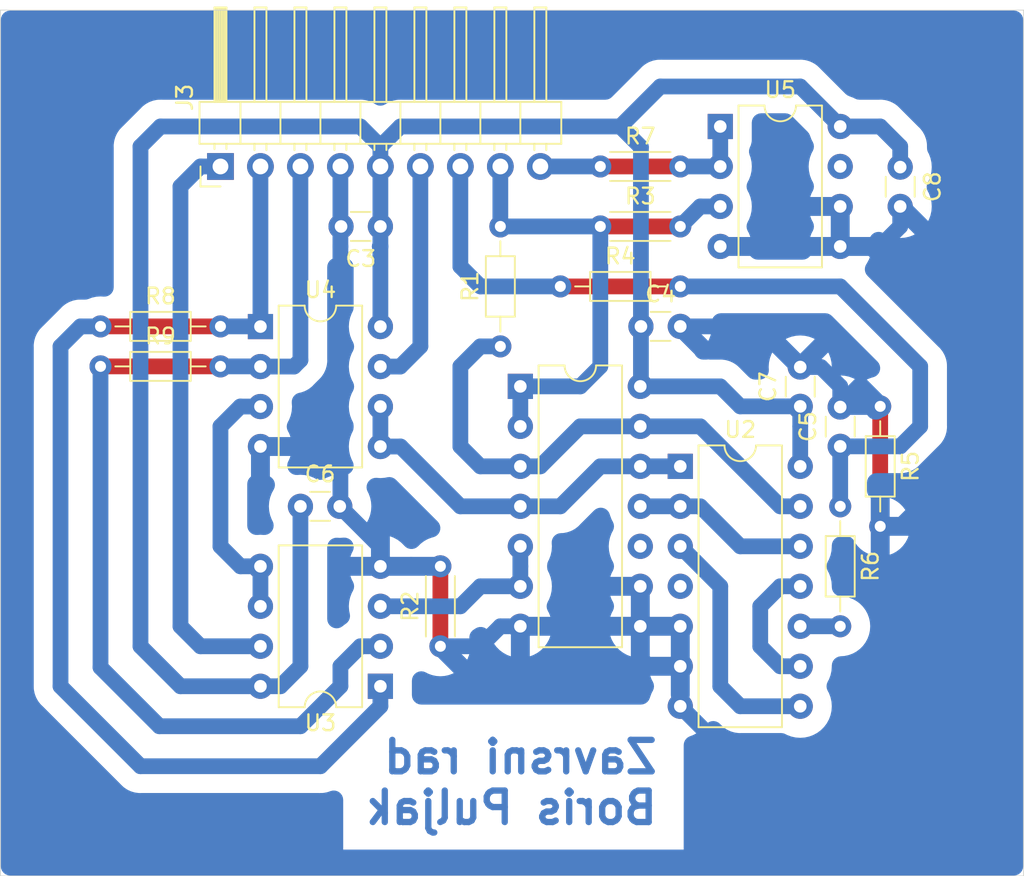
<source format=kicad_pcb>
(kicad_pcb (version 20221018) (generator pcbnew)
  (layers (0 "F.Cu" signal) (31 "B.Cu" signal) (34 "B.Paste" user) (35 "F.Paste" user) (36 "B.SilkS" user "B.Silkscreen") (37 "F.SilkS" user "F.Silkscreen") (38 "B.Mask" user) (39 "F.Mask" user) (44 "Edge.Cuts" user))
  (net 0 "")
  (net 1 "GND")
  (net 2 "+5V")
  (net 3 "Net-(R1-Pad1)")
  (net 4 "Net-(U1-Pad11)")
  (net 5 "Net-(U2-Pad11)")
  (net 6 "Net-(U2-Pad3)")
  (net 7 "Net-(J3-Pin_8)")
  (net 8 "Net-(J3-Pin_7)")
  (net 9 "Net-(U3-VL{slash}RL)")
  (net 10 "Net-(J3-Pin_2)")
  (net 11 "Net-(R6-Pad2)")
  (net 12 "Net-(J3-Pin_3)")
  (net 13 "Net-(U3-VH{slash}RH)")
  (net 14 "Net-(J3-Pin_1)")
  (net 15 "Net-(U4-VL{slash}RL)")
  (net 16 "Net-(J3-Pin_6)")
  (net 17 "Net-(J3-Pin_9)")
  (footprint "Resistor_THT:R_Axial_DIN0204_L3.6mm_D1.6mm_P7.62mm_Horizontal" (layer "F.Cu") (at 111.76 86.36 90)
    (fp_text reference "R1" (at 3.81 -1.92 90) (layer "F.SilkS"))
    (fp_text value "R")
    (fp_line (start 0.94 0) (end 1.89 0) (stroke (width 0.12)) (layer "F.SilkS"))
    (fp_line (start 1.89 -0.92) (end 1.89 0.92) (stroke (width 0.12)) (layer "F.SilkS"))
    (fp_line (start 1.89 0.92) (end 5.73 0.92) (stroke (width 0.12)) (layer "F.SilkS"))
    (fp_line (start 5.73 -0.92) (end 1.89 -0.92) (stroke (width 0.12)) (layer "F.SilkS"))
    (fp_line (start 5.73 0.92) (end 5.73 -0.92) (stroke (width 0.12)) (layer "F.SilkS"))
    (fp_line (start 6.68 0) (end 5.73 0) (stroke (width 0.12)) (layer "F.SilkS"))
    (pad "1" thru_hole circle (at 0 0 90) (size 1.4 1.4) (drill 0.7) (layers "*.Cu" "*.Mask") (net 3 "Net-(R1-Pad1)"))
    (pad "2" thru_hole oval (at 7.62 0 90) (size 1.4 1.4) (drill 0.7) (layers "*.Cu" "*.Mask") (net 7 "Net-(J3-Pin_8)"))
  )
  (footprint "Package_DIP:DIP-14_W7.62mm" (layer "F.Cu") (at 113.03 88.9)
    (fp_text reference "U1" hide)
    (fp_text value "HEF4093B")
    (fp_line (start 1.16 -1.33) (end 1.16 16.57) (stroke (width 0.12)) (layer "F.SilkS"))
    (fp_line (start 1.16 16.57) (end 6.46 16.57) (stroke (width 0.12)) (layer "F.SilkS"))
    (fp_line (start 2.81 -1.33) (end 1.16 -1.33) (stroke (width 0.12)) (layer "F.SilkS"))
    (fp_line (start 6.46 -1.33) (end 4.81 -1.33) (stroke (width 0.12)) (layer "F.SilkS"))
    (fp_line (start 6.46 16.57) (end 6.46 -1.33) (stroke (width 0.12)) (layer "F.SilkS"))
    (fp_arc (start 4.81 -1.33) (mid 3.81 -0.33) (end 2.81 -1.33) (stroke (width 0.12)) (layer "F.SilkS"))
    (pad "1" thru_hole rect (at 0 0) (size 1.6 1.6) (drill 0.8) (layers "*.Cu" "*.Mask") (net 7 "Net-(J3-Pin_8)"))
    (pad "2" thru_hole oval (at 0 2.54) (size 1.6 1.6) (drill 0.8) (layers "*.Cu" "*.Mask") (net 7 "Net-(J3-Pin_8)"))
    (pad "3" thru_hole oval (at 0 5.08) (size 1.6 1.6) (drill 0.8) (layers "*.Cu" "*.Mask") (net 3 "Net-(R1-Pad1)"))
    (pad "4" thru_hole oval (at 0 7.62) (size 1.6 1.6) (drill 0.8) (layers "*.Cu" "*.Mask") (net 15 "Net-(U4-VL{slash}RL)"))
    (pad "5" thru_hole oval (at 0 10.16) (size 1.6 1.6) (drill 0.8) (layers "*.Cu" "*.Mask") (net 13 "Net-(U3-VH{slash}RH)"))
    (pad "6" thru_hole oval (at 0 12.7) (size 1.6 1.6) (drill 0.8) (layers "*.Cu" "*.Mask") (net 13 "Net-(U3-VH{slash}RH)"))
    (pad "7" thru_hole oval (at 0 15.24) (size 1.6 1.6) (drill 0.8) (layers "*.Cu" "*.Mask") (net 1 "GND"))
    (pad "8" thru_hole oval (at 7.62 15.24) (size 1.6 1.6) (drill 0.8) (layers "*.Cu" "*.Mask") (net 1 "GND"))
    (pad "9" thru_hole oval (at 7.62 12.7) (size 1.6 1.6) (drill 0.8) (layers "*.Cu" "*.Mask") (net 1 "GND"))
    (pad "10" thru_hole oval (at 7.62 10.16) (size 1.6 1.6) (drill 0.8) (layers "*.Cu" "*.Mask"))
    (pad "11" thru_hole oval (at 7.62 7.62) (size 1.6 1.6) (drill 0.8) (layers "*.Cu" "*.Mask") (net 4 "Net-(U1-Pad11)"))
    (pad "12" thru_hole oval (at 7.62 5.08) (size 1.6 1.6) (drill 0.8) (layers "*.Cu" "*.Mask") (net 15 "Net-(U4-VL{slash}RL)"))
    (pad "13" thru_hole oval (at 7.62 2.54) (size 1.6 1.6) (drill 0.8) (layers "*.Cu" "*.Mask") (net 3 "Net-(R1-Pad1)"))
    (pad "14" thru_hole oval (at 7.62 0) (size 1.6 1.6) (drill 0.8) (layers "*.Cu" "*.Mask") (net 2 "+5V"))
  )
  (footprint "Package_DIP:DIP-14_W7.62mm" (layer "F.Cu") (at 123.19 93.98)
    (fp_text reference "U2" (at 3.81 -2.33) (layer "F.SilkS"))
    (fp_text value "HEF4093B")
    (fp_line (start 1.16 -1.33) (end 1.16 16.57) (stroke (width 0.12)) (layer "F.SilkS"))
    (fp_line (start 1.16 16.57) (end 6.46 16.57) (stroke (width 0.12)) (layer "F.SilkS"))
    (fp_line (start 2.81 -1.33) (end 1.16 -1.33) (stroke (width 0.12)) (layer "F.SilkS"))
    (fp_line (start 6.46 -1.33) (end 4.81 -1.33) (stroke (width 0.12)) (layer "F.SilkS"))
    (fp_line (start 6.46 16.57) (end 6.46 -1.33) (stroke (width 0.12)) (layer "F.SilkS"))
    (fp_arc (start 4.81 -1.33) (mid 3.81 -0.33) (end 2.81 -1.33) (stroke (width 0.12)) (layer "F.SilkS"))
    (pad "1" thru_hole rect (at 0 0) (size 1.6 1.6) (drill 0.8) (layers "*.Cu" "*.Mask") (net 15 "Net-(U4-VL{slash}RL)"))
    (pad "2" thru_hole oval (at 0 2.54) (size 1.6 1.6) (drill 0.8) (layers "*.Cu" "*.Mask") (net 4 "Net-(U1-Pad11)"))
    (pad "3" thru_hole oval (at 0 5.08) (size 1.6 1.6) (drill 0.8) (layers "*.Cu" "*.Mask") (net 6 "Net-(U2-Pad3)"))
    (pad "4" thru_hole oval (at 0 7.62) (size 1.6 1.6) (drill 0.8) (layers "*.Cu" "*.Mask"))
    (pad "5" thru_hole oval (at 0 10.16) (size 1.6 1.6) (drill 0.8) (layers "*.Cu" "*.Mask") (net 1 "GND"))
    (pad "6" thru_hole oval (at 0 12.7) (size 1.6 1.6) (drill 0.8) (layers "*.Cu" "*.Mask") (net 1 "GND"))
    (pad "7" thru_hole oval (at 0 15.24) (size 1.6 1.6) (drill 0.8) (layers "*.Cu" "*.Mask") (net 1 "GND"))
    (pad "8" thru_hole oval (at 7.62 15.24) (size 1.6 1.6) (drill 0.8) (layers "*.Cu" "*.Mask") (net 6 "Net-(U2-Pad3)"))
    (pad "9" thru_hole oval (at 7.62 12.7) (size 1.6 1.6) (drill 0.8) (layers "*.Cu" "*.Mask") (net 5 "Net-(U2-Pad11)"))
    (pad "10" thru_hole oval (at 7.62 10.16) (size 1.6 1.6) (drill 0.8) (layers "*.Cu" "*.Mask") (net 11 "Net-(R6-Pad2)"))
    (pad "11" thru_hole oval (at 7.62 7.62) (size 1.6 1.6) (drill 0.8) (layers "*.Cu" "*.Mask") (net 5 "Net-(U2-Pad11)"))
    (pad "12" thru_hole oval (at 7.62 5.08) (size 1.6 1.6) (drill 0.8) (layers "*.Cu" "*.Mask") (net 4 "Net-(U1-Pad11)"))
    (pad "13" thru_hole oval (at 7.62 2.54) (size 1.6 1.6) (drill 0.8) (layers "*.Cu" "*.Mask") (net 3 "Net-(R1-Pad1)"))
    (pad "14" thru_hole oval (at 7.62 0) (size 1.6 1.6) (drill 0.8) (layers "*.Cu" "*.Mask") (net 2 "+5V"))
  )
  (footprint "Package_DIP:DIP-8_W7.62mm" (layer "F.Cu") (at 104.14 107.95 180)
    (fp_text reference "U3" (at 3.81 -2.33) (layer "F.SilkS"))
    (fp_text value "X9C104PZ")
    (fp_line (start 1.16 -1.33) (end 1.16 8.95) (stroke (width 0.12)) (layer "F.SilkS"))
    (fp_line (start 1.16 8.95) (end 6.46 8.95) (stroke (width 0.12)) (layer "F.SilkS"))
    (fp_line (start 2.81 -1.33) (end 1.16 -1.33) (stroke (width 0.12)) (layer "F.SilkS"))
    (fp_line (start 6.46 -1.33) (end 4.81 -1.33) (stroke (width 0.12)) (layer "F.SilkS"))
    (fp_line (start 6.46 8.95) (end 6.46 -1.33) (stroke (width 0.12)) (layer "F.SilkS"))
    (fp_arc (start 4.81 -1.33) (mid 3.81 -0.33) (end 2.81 -1.33) (stroke (width 0.12)) (layer "F.SilkS"))
    (pad "1" thru_hole rect (at 0 0 180) (size 1.6 1.6) (drill 0.8) (layers "*.Cu" "*.Mask") (net 10 "Net-(J3-Pin_2)"))
    (pad "2" thru_hole oval (at 0 2.54 180) (size 1.6 1.6) (drill 0.8) (layers "*.Cu" "*.Mask") (net 12 "Net-(J3-Pin_3)"))
    (pad "3" thru_hole oval (at 0 5.08 180) (size 1.6 1.6) (drill 0.8) (layers "*.Cu" "*.Mask") (net 13 "Net-(U3-VH{slash}RH)"))
    (pad "4" thru_hole oval (at 0 7.62 180) (size 1.6 1.6) (drill 0.8) (layers "*.Cu" "*.Mask") (net 1 "GND"))
    (pad "5" thru_hole oval (at 7.62 7.62 180) (size 1.6 1.6) (drill 0.8) (layers "*.Cu" "*.Mask") (net 9 "Net-(U3-VL{slash}RL)"))
    (pad "6" thru_hole oval (at 7.62 5.08 180) (size 1.6 1.6) (drill 0.8) (layers "*.Cu" "*.Mask") (net 9 "Net-(U3-VL{slash}RL)"))
    (pad "7" thru_hole oval (at 7.62 2.54 180) (size 1.6 1.6) (drill 0.8) (layers "*.Cu" "*.Mask") (net 14 "Net-(J3-Pin_1)"))
    (pad "8" thru_hole oval (at 7.62 0 180) (size 1.6 1.6) (drill 0.8) (layers "*.Cu" "*.Mask") (net 2 "+5V"))
  )
  (footprint "Resistor_THT:R_Axial_DIN0204_L3.6mm_D1.6mm_P7.62mm_Horizontal" (layer "F.Cu") (at 135.89 90.17 -90)
    (fp_text reference "R5" (at 3.81 -1.92 90) (layer "F.SilkS"))
    (fp_text value "R")
    (fp_line (start 0.94 0) (end 1.89 0) (stroke (width 0.12)) (layer "F.SilkS"))
    (fp_line (start 1.89 -0.92) (end 1.89 0.92) (stroke (width 0.12)) (layer "F.SilkS"))
    (fp_line (start 1.89 0.92) (end 5.73 0.92) (stroke (width 0.12)) (layer "F.SilkS"))
    (fp_line (start 5.73 -0.92) (end 1.89 -0.92) (stroke (width 0.12)) (layer "F.SilkS"))
    (fp_line (start 5.73 0.92) (end 5.73 -0.92) (stroke (width 0.12)) (layer "F.SilkS"))
    (fp_line (start 6.68 0) (end 5.73 0) (stroke (width 0.12)) (layer "F.SilkS"))
    (pad "1" thru_hole circle (at 0 0 270) (size 1.4 1.4) (drill 0.7) (layers "*.Cu" "*.Mask") (net 1 "GND"))
    (pad "2" thru_hole oval (at 7.62 0 270) (size 1.4 1.4) (drill 0.7) (layers "*.Cu" "*.Mask") (net 1 "GND"))
  )
  (footprint "Resistor_THT:R_Axial_DIN0204_L3.6mm_D1.6mm_P7.62mm_Horizontal" (layer "F.Cu") (at 133.35 96.52 -90)
    (fp_text reference "R6" (at 3.81 -1.92 90) (layer "F.SilkS"))
    (fp_text value "R")
    (fp_line (start 0.94 0) (end 1.89 0) (stroke (width 0.12)) (layer "F.SilkS"))
    (fp_line (start 1.89 -0.92) (end 1.89 0.92) (stroke (width 0.12)) (layer "F.SilkS"))
    (fp_line (start 1.89 0.92) (end 5.73 0.92) (stroke (width 0.12)) (layer "F.SilkS"))
    (fp_line (start 5.73 -0.92) (end 1.89 -0.92) (stroke (width 0.12)) (layer "F.SilkS"))
    (fp_line (start 5.73 0.92) (end 5.73 -0.92) (stroke (width 0.12)) (layer "F.SilkS"))
    (fp_line (start 6.68 0) (end 5.73 0) (stroke (width 0.12)) (layer "F.SilkS"))
    (pad "1" thru_hole circle (at 0 0 270) (size 1.4 1.4) (drill 0.7) (layers "*.Cu" "*.Mask") (net 8 "Net-(J3-Pin_7)"))
    (pad "2" thru_hole oval (at 7.62 0 270) (size 1.4 1.4) (drill 0.7) (layers "*.Cu" "*.Mask") (net 11 "Net-(R6-Pad2)"))
  )
  (footprint "Package_DIP:DIP-8_W7.62mm" (layer "F.Cu") (at 96.52 85.1)
    (fp_text reference "U4" (at 3.81 -2.33) (layer "F.SilkS"))
    (fp_text value "X9C103PZ")
    (fp_line (start 1.16 -1.33) (end 1.16 8.95) (stroke (width 0.12)) (layer "F.SilkS"))
    (fp_line (start 1.16 8.95) (end 6.46 8.95) (stroke (width 0.12)) (layer "F.SilkS"))
    (fp_line (start 2.81 -1.33) (end 1.16 -1.33) (stroke (width 0.12)) (layer "F.SilkS"))
    (fp_line (start 6.46 -1.33) (end 4.81 -1.33) (stroke (width 0.12)) (layer "F.SilkS"))
    (fp_line (start 6.46 8.95) (end 6.46 -1.33) (stroke (width 0.12)) (layer "F.SilkS"))
    (fp_arc (start 4.81 -1.33) (mid 3.81 -0.33) (end 2.81 -1.33) (stroke (width 0.12)) (layer "F.SilkS"))
    (pad "1" thru_hole rect (at 0 0) (size 1.6 1.6) (drill 0.8) (layers "*.Cu" "*.Mask") (net 10 "Net-(J3-Pin_2)"))
    (pad "2" thru_hole oval (at 0 2.54) (size 1.6 1.6) (drill 0.8) (layers "*.Cu" "*.Mask") (net 12 "Net-(J3-Pin_3)"))
    (pad "3" thru_hole oval (at 0 5.08) (size 1.6 1.6) (drill 0.8) (layers "*.Cu" "*.Mask") (net 9 "Net-(U3-VL{slash}RL)"))
    (pad "4" thru_hole oval (at 0 7.62) (size 1.6 1.6) (drill 0.8) (layers "*.Cu" "*.Mask") (net 1 "GND"))
    (pad "5" thru_hole oval (at 7.62 7.62) (size 1.6 1.6) (drill 0.8) (layers "*.Cu" "*.Mask") (net 15 "Net-(U4-VL{slash}RL)"))
    (pad "6" thru_hole oval (at 7.62 5.08) (size 1.6 1.6) (drill 0.8) (layers "*.Cu" "*.Mask") (net 15 "Net-(U4-VL{slash}RL)"))
    (pad "7" thru_hole oval (at 7.62 2.54) (size 1.6 1.6) (drill 0.8) (layers "*.Cu" "*.Mask") (net 16 "Net-(J3-Pin_6)"))
    (pad "8" thru_hole oval (at 7.62 0) (size 1.6 1.6) (drill 0.8) (layers "*.Cu" "*.Mask") (net 2 "+5V"))
  )
  (footprint "Capacitor_THT:C_Disc_D3.0mm_W1.6mm_P2.50mm" (layer "F.Cu") (at 133.35 92.71 90)
    (fp_text reference "C5" (at 1.25 -2.05 90) (layer "F.SilkS"))
    (fp_text value "C")
    (fp_line (start 0.621 -0.92) (end 1.879 -0.92) (stroke (width 0.12)) (layer "F.SilkS"))
    (fp_line (start 0.621 0.92) (end 1.879 0.92) (stroke (width 0.12)) (layer "F.SilkS"))
    (pad "1" thru_hole circle (at 0 0 90) (size 1.6 1.6) (drill 0.8) (layers "*.Cu" "*.Mask") (net 8 "Net-(J3-Pin_7)"))
    (pad "2" thru_hole circle (at 2.5 0 90) (size 1.6 1.6) (drill 0.8) (layers "*.Cu" "*.Mask") (net 1 "GND"))
  )
  (footprint "Capacitor_THT:C_Disc_D3.0mm_W1.6mm_P2.50mm" (layer "F.Cu") (at 130.81 90.17 90)
    (fp_text reference "C7" (at 1.25 -2.05 90) (layer "F.SilkS"))
    (fp_text value "C")
    (fp_line (start 0.621 -0.92) (end 1.879 -0.92) (stroke (width 0.12)) (layer "F.SilkS"))
    (fp_line (start 0.621 0.92) (end 1.879 0.92) (stroke (width 0.12)) (layer "F.SilkS"))
    (pad "1" thru_hole circle (at 0 0 90) (size 1.6 1.6) (drill 0.8) (layers "*.Cu" "*.Mask") (net 2 "+5V"))
    (pad "2" thru_hole circle (at 2.5 0 90) (size 1.6 1.6) (drill 0.8) (layers "*.Cu" "*.Mask") (net 1 "GND"))
  )
  (footprint "Resistor_THT:R_Axial_DIN0204_L3.6mm_D1.6mm_P7.62mm_Horizontal" (layer "F.Cu") (at 86.36 85.09)
    (fp_text reference "R8" (at 3.81 -1.92) (layer "F.SilkS"))
    (fp_text value "R")
    (fp_line (start 0.94 0) (end 1.89 0) (stroke (width 0.12)) (layer "F.SilkS"))
    (fp_line (start 1.89 -0.92) (end 1.89 0.92) (stroke (width 0.12)) (layer "F.SilkS"))
    (fp_line (start 1.89 0.92) (end 5.73 0.92) (stroke (width 0.12)) (layer "F.SilkS"))
    (fp_line (start 5.73 -0.92) (end 1.89 -0.92) (stroke (width 0.12)) (layer "F.SilkS"))
    (fp_line (start 5.73 0.92) (end 5.73 -0.92) (stroke (width 0.12)) (layer "F.SilkS"))
    (fp_line (start 6.68 0) (end 5.73 0) (stroke (width 0.12)) (layer "F.SilkS"))
    (pad "1" thru_hole circle (at 0 0) (size 1.4 1.4) (drill 0.7) (layers "*.Cu" "*.Mask") (net 10 "Net-(J3-Pin_2)"))
    (pad "2" thru_hole oval (at 7.62 0) (size 1.4 1.4) (drill 0.7) (layers "*.Cu" "*.Mask") (net 10 "Net-(J3-Pin_2)"))
  )
  (footprint "Capacitor_THT:C_Disc_D3.0mm_W1.6mm_P2.50mm" (layer "F.Cu") (at 120.69 85.09)
    (fp_text reference "C4" (at 1.25 -2.05) (layer "F.SilkS"))
    (fp_text value "C")
    (fp_line (start 0.621 -0.92) (end 1.879 -0.92) (stroke (width 0.12)) (layer "F.SilkS"))
    (fp_line (start 0.621 0.92) (end 1.879 0.92) (stroke (width 0.12)) (layer "F.SilkS"))
    (pad "1" thru_hole circle (at 0 0) (size 1.6 1.6) (drill 0.8) (layers "*.Cu" "*.Mask") (net 2 "+5V"))
    (pad "2" thru_hole circle (at 2.5 0) (size 1.6 1.6) (drill 0.8) (layers "*.Cu" "*.Mask") (net 1 "GND"))
  )
  (footprint "Resistor_THT:R_Axial_DIN0204_L3.6mm_D1.6mm_P5.08mm_Horizontal" (layer "F.Cu") (at 107.95 105.41 90)
    (fp_text reference "R2" (at 2.54 -1.92 90) (layer "F.SilkS"))
    (fp_text value "R")
    (fp_line (start 0.62 -0.92) (end 4.46 -0.92) (stroke (width 0.12)) (layer "F.SilkS"))
    (fp_line (start 0.62 0.92) (end 4.46 0.92) (stroke (width 0.12)) (layer "F.SilkS"))
    (pad "1" thru_hole circle (at 0 0 90) (size 1.4 1.4) (drill 0.7) (layers "*.Cu" "*.Mask") (net 1 "GND"))
    (pad "2" thru_hole oval (at 5.08 0 90) (size 1.4 1.4) (drill 0.7) (layers "*.Cu" "*.Mask") (net 1 "GND"))
  )
  (footprint "Capacitor_THT:C_Disc_D3.0mm_W1.6mm_P2.50mm" (layer "F.Cu") (at 104.14 78.74 180)
    (fp_text reference "C3" (at 1.25 -2.05) (layer "F.SilkS"))
    (fp_text value "C")
    (fp_line (start 0.621 -0.92) (end 1.879 -0.92) (stroke (width 0.12)) (layer "F.SilkS"))
    (fp_line (start 0.621 0.92) (end 1.879 0.92) (stroke (width 0.12)) (layer "F.SilkS"))
    (pad "1" thru_hole circle (at 0 0 180) (size 1.6 1.6) (drill 0.8) (layers "*.Cu" "*.Mask") (net 2 "+5V"))
    (pad "2" thru_hole circle (at 2.5 0 180) (size 1.6 1.6) (drill 0.8) (layers "*.Cu" "*.Mask") (net 1 "GND"))
  )
  (footprint "Capacitor_THT:C_Disc_D3.0mm_W1.6mm_P2.50mm" (layer "F.Cu") (at 99.06 96.52)
    (fp_text reference "C6" (at 1.25 -2.05) (layer "F.SilkS"))
    (fp_text value "C")
    (fp_line (start 0.621 -0.92) (end 1.879 -0.92) (stroke (width 0.12)) (layer "F.SilkS"))
    (fp_line (start 0.621 0.92) (end 1.879 0.92) (stroke (width 0.12)) (layer "F.SilkS"))
    (pad "1" thru_hole circle (at 0 0) (size 1.6 1.6) (drill 0.8) (layers "*.Cu" "*.Mask") (net 2 "+5V"))
    (pad "2" thru_hole circle (at 2.5 0) (size 1.6 1.6) (drill 0.8) (layers "*.Cu" "*.Mask") (net 1 "GND"))
  )
  (footprint "Resistor_THT:R_Axial_DIN0204_L3.6mm_D1.6mm_P7.62mm_Horizontal" (layer "F.Cu") (at 86.36 87.63)
    (fp_text reference "R9" (at 3.81 -1.92) (layer "F.SilkS"))
    (fp_text value "R")
    (fp_line (start 0.94 0) (end 1.89 0) (stroke (width 0.12)) (layer "F.SilkS"))
    (fp_line (start 1.89 -0.92) (end 1.89 0.92) (stroke (width 0.12)) (layer "F.SilkS"))
    (fp_line (start 1.89 0.92) (end 5.73 0.92) (stroke (width 0.12)) (layer "F.SilkS"))
    (fp_line (start 5.73 -0.92) (end 1.89 -0.92) (stroke (width 0.12)) (layer "F.SilkS"))
    (fp_line (start 5.73 0.92) (end 5.73 -0.92) (stroke (width 0.12)) (layer "F.SilkS"))
    (fp_line (start 6.68 0) (end 5.73 0) (stroke (width 0.12)) (layer "F.SilkS"))
    (pad "1" thru_hole circle (at 0 0) (size 1.4 1.4) (drill 0.7) (layers "*.Cu" "*.Mask") (net 12 "Net-(J3-Pin_3)"))
    (pad "2" thru_hole oval (at 7.62 0) (size 1.4 1.4) (drill 0.7) (layers "*.Cu" "*.Mask") (net 12 "Net-(J3-Pin_3)"))
  )
  (footprint "Resistor_THT:R_Axial_DIN0204_L3.6mm_D1.6mm_P5.08mm_Horizontal" (layer "F.Cu") (at 118.11 74.93)
    (fp_text reference "R7" (at 2.54 -1.92) (layer "F.SilkS"))
    (fp_text value "R")
    (fp_line (start 0.62 -0.92) (end 4.46 -0.92) (stroke (width 0.12)) (layer "F.SilkS"))
    (fp_line (start 0.62 0.92) (end 4.46 0.92) (stroke (width 0.12)) (layer "F.SilkS"))
    (pad "1" thru_hole circle (at 0 0) (size 1.4 1.4) (drill 0.7) (layers "*.Cu" "*.Mask") (net 17 "Net-(J3-Pin_9)"))
    (pad "2" thru_hole oval (at 5.08 0) (size 1.4 1.4) (drill 0.7) (layers "*.Cu" "*.Mask") (net 17 "Net-(J3-Pin_9)"))
  )
  (footprint "Connector_PinHeader_2.54mm:PinHeader_1x09_P2.54mm_Horizontal" (layer "F.Cu") (at 93.98 74.93 90)
    (fp_text reference "J3" (at 4.385 -2.27 90) (layer "F.SilkS"))
    (fp_text value "Conn_01x09")
    (fp_line (start -1.27 -1.27) (end 0 -1.27) (stroke (width 0.12)) (layer "F.SilkS"))
    (fp_line (start -1.27 0) (end -1.27 -1.27) (stroke (width 0.12)) (layer "F.SilkS"))
    (fp_line (start 1.042929 2.16) (end 1.44 2.16) (stroke (width 0.12)) (layer "F.SilkS"))
    (fp_line (start 1.042929 2.92) (end 1.44 2.92) (stroke (width 0.12)) (layer "F.SilkS"))
    (fp_line (start 1.042929 4.7) (end 1.44 4.7) (stroke (width 0.12)) (layer "F.SilkS"))
    (fp_line (start 1.042929 5.46) (end 1.44 5.46) (stroke (width 0.12)) (layer "F.SilkS"))
    (fp_line (start 1.042929 7.24) (end 1.44 7.24) (stroke (width 0.12)) (layer "F.SilkS"))
    (fp_line (start 1.042929 8) (end 1.44 8) (stroke (width 0.12)) (layer "F.SilkS"))
    (fp_line (start 1.042929 9.78) (end 1.44 9.78) (stroke (width 0.12)) (layer "F.SilkS"))
    (fp_line (start 1.042929 10.54) (end 1.44 10.54) (stroke (width 0.12)) (layer "F.SilkS"))
    (fp_line (start 1.042929 12.32) (end 1.44 12.32) (stroke (width 0.12)) (layer "F.SilkS"))
    (fp_line (start 1.042929 13.08) (end 1.44 13.08) (stroke (width 0.12)) (layer "F.SilkS"))
    (fp_line (start 1.042929 14.86) (end 1.44 14.86) (stroke (width 0.12)) (layer "F.SilkS"))
    (fp_line (start 1.042929 15.62) (end 1.44 15.62) (stroke (width 0.12)) (layer "F.SilkS"))
    (fp_line (start 1.042929 17.4) (end 1.44 17.4) (stroke (width 0.12)) (layer "F.SilkS"))
    (fp_line (start 1.042929 18.16) (end 1.44 18.16) (stroke (width 0.12)) (layer "F.SilkS"))
    (fp_line (start 1.042929 19.94) (end 1.44 19.94) (stroke (width 0.12)) (layer "F.SilkS"))
    (fp_line (start 1.042929 20.7) (end 1.44 20.7) (stroke (width 0.12)) (layer "F.SilkS"))
    (fp_line (start 1.11 -0.38) (end 1.44 -0.38) (stroke (width 0.12)) (layer "F.SilkS"))
    (fp_line (start 1.11 0.38) (end 1.44 0.38) (stroke (width 0.12)) (layer "F.SilkS"))
    (fp_line (start 1.44 -1.33) (end 1.44 21.65) (stroke (width 0.12)) (layer "F.SilkS"))
    (fp_line (start 1.44 1.27) (end 4.1 1.27) (stroke (width 0.12)) (layer "F.SilkS"))
    (fp_line (start 1.44 3.81) (end 4.1 3.81) (stroke (width 0.12)) (layer "F.SilkS"))
    (fp_line (start 1.44 6.35) (end 4.1 6.35) (stroke (width 0.12)) (layer "F.SilkS"))
    (fp_line (start 1.44 8.89) (end 4.1 8.89) (stroke (width 0.12)) (layer "F.SilkS"))
    (fp_line (start 1.44 11.43) (end 4.1 11.43) (stroke (width 0.12)) (layer "F.SilkS"))
    (fp_line (start 1.44 13.97) (end 4.1 13.97) (stroke (width 0.12)) (layer "F.SilkS"))
    (fp_line (start 1.44 16.51) (end 4.1 16.51) (stroke (width 0.12)) (layer "F.SilkS"))
    (fp_line (start 1.44 19.05) (end 4.1 19.05) (stroke (width 0.12)) (layer "F.SilkS"))
    (fp_line (start 1.44 21.65) (end 4.1 21.65) (stroke (width 0.12)) (layer "F.SilkS"))
    (fp_line (start 4.1 -1.33) (end 1.44 -1.33) (stroke (width 0.12)) (layer "F.SilkS"))
    (fp_line (start 4.1 -0.38) (end 10.1 -0.38) (stroke (width 0.12)) (layer "F.SilkS"))
    (fp_line (start 4.1 -0.32) (end 10.1 -0.32) (stroke (width 0.12)) (layer "F.SilkS"))
    (fp_line (start 4.1 -0.2) (end 10.1 -0.2) (stroke (width 0.12)) (layer "F.SilkS"))
    (fp_line (start 4.1 -0.08) (end 10.1 -0.08) (stroke (width 0.12)) (layer "F.SilkS"))
    (fp_line (start 4.1 0.04) (end 10.1 0.04) (stroke (width 0.12)) (layer "F.SilkS"))
    (fp_line (start 4.1 0.16) (end 10.1 0.16) (stroke (width 0.12)) (layer "F.SilkS"))
    (fp_line (start 4.1 0.28) (end 10.1 0.28) (stroke (width 0.12)) (layer "F.SilkS"))
    (fp_line (start 4.1 2.16) (end 10.1 2.16) (stroke (width 0.12)) (layer "F.SilkS"))
    (fp_line (start 4.1 4.7) (end 10.1 4.7) (stroke (width 0.12)) (layer "F.SilkS"))
    (fp_line (start 4.1 7.24) (end 10.1 7.24) (stroke (width 0.12)) (layer "F.SilkS"))
    (fp_line (start 4.1 9.78) (end 10.1 9.78) (stroke (width 0.12)) (layer "F.SilkS"))
    (fp_line (start 4.1 12.32) (end 10.1 12.32) (stroke (width 0.12)) (layer "F.SilkS"))
    (fp_line (start 4.1 14.86) (end 10.1 14.86) (stroke (width 0.12)) (layer "F.SilkS"))
    (fp_line (start 4.1 17.4) (end 10.1 17.4) (stroke (width 0.12)) (layer "F.SilkS"))
    (fp_line (start 4.1 19.94) (end 10.1 19.94) (stroke (width 0.12)) (layer "F.SilkS"))
    (fp_line (start 4.1 21.65) (end 4.1 -1.33) (stroke (width 0.12)) (layer "F.SilkS"))
    (fp_line (start 10.1 -0.38) (end 10.1 0.38) (stroke (width 0.12)) (layer "F.SilkS"))
    (fp_line (start 10.1 0.38) (end 4.1 0.38) (stroke (width 0.12)) (layer "F.SilkS"))
    (fp_line (start 10.1 2.16) (end 10.1 2.92) (stroke (width 0.12)) (layer "F.SilkS"))
    (fp_line (start 10.1 2.92) (end 4.1 2.92) (stroke (width 0.12)) (layer "F.SilkS"))
    (fp_line (start 10.1 4.7) (end 10.1 5.46) (stroke (width 0.12)) (layer "F.SilkS"))
    (fp_line (start 10.1 5.46) (end 4.1 5.46) (stroke (width 0.12)) (layer "F.SilkS"))
    (fp_line (start 10.1 7.24) (end 10.1 8) (stroke (width 0.12)) (layer "F.SilkS"))
    (fp_line (start 10.1 8) (end 4.1 8) (stroke (width 0.12)) (layer "F.SilkS"))
    (fp_line (start 10.1 9.78) (end 10.1 10.54) (stroke (width 0.12)) (layer "F.SilkS"))
    (fp_line (start 10.1 10.54) (end 4.1 10.54) (stroke (width 0.12)) (layer "F.SilkS"))
    (fp_line (start 10.1 12.32) (end 10.1 13.08) (stroke (width 0.12)) (layer "F.SilkS"))
    (fp_line (start 10.1 13.08) (end 4.1 13.08) (stroke (width 0.12)) (layer "F.SilkS"))
    (fp_line (start 10.1 14.86) (end 10.1 15.62) (stroke (width 0.12)) (layer "F.SilkS"))
    (fp_line (start 10.1 15.62) (end 4.1 15.62) (stroke (width 0.12)) (layer "F.SilkS"))
    (fp_line (start 10.1 17.4) (end 10.1 18.16) (stroke (width 0.12)) (layer "F.SilkS"))
    (fp_line (start 10.1 18.16) (end 4.1 18.16) (stroke (width 0.12)) (layer "F.SilkS"))
    (fp_line (start 10.1 19.94) (end 10.1 20.7) (stroke (width 0.12)) (layer "F.SilkS"))
    (fp_line (start 10.1 20.7) (end 4.1 20.7) (stroke (width 0.12)) (layer "F.SilkS"))
    (pad "1" thru_hole rect (at 0 0 90) (size 1.7 1.7) (drill 1) (layers "*.Cu" "*.Mask") (net 14 "Net-(J3-Pin_1)"))
    (pad "2" thru_hole oval (at 0 2.54 90) (size 1.7 1.7) (drill 1) (layers "*.Cu" "*.Mask") (net 10 "Net-(J3-Pin_2)"))
    (pad "3" thru_hole oval (at 0 5.08 90) (size 1.7 1.7) (drill 1) (layers "*.Cu" "*.Mask") (net 12 "Net-(J3-Pin_3)"))
    (pad "4" thru_hole oval (at 0 7.62 90) (size 1.7 1.7) (drill 1) (layers "*.Cu" "*.Mask") (net 1 "GND"))
    (pad "5" thru_hole oval (at 0 10.16 90) (size 1.7 1.7) (drill 1) (layers "*.Cu" "*.Mask") (net 2 "+5V"))
    (pad "6" thru_hole oval (at 0 12.7 90) (size 1.7 1.7) (drill 1) (layers "*.Cu" "*.Mask") (net 16 "Net-(J3-Pin_6)"))
    (pad "7" thru_hole oval (at 0 15.24 90) (size 1.7 1.7) (drill 1) (layers "*.Cu" "*.Mask") (net 8 "Net-(J3-Pin_7)"))
    (pad "8" thru_hole oval (at 0 17.78 90) (size 1.7 1.7) (drill 1) (layers "*.Cu" "*.Mask") (net 7 "Net-(J3-Pin_8)"))
    (pad "9" thru_hole oval (at 0 20.32 90) (size 1.7 1.7) (drill 1) (layers "*.Cu" "*.Mask") (net 17 "Net-(J3-Pin_9)"))
  )
  (footprint "Resistor_THT:R_Axial_DIN0204_L3.6mm_D1.6mm_P5.08mm_Horizontal" (layer "F.Cu") (at 118.11 78.74)
    (fp_text reference "R3" (at 2.54 -1.92) (layer "F.SilkS"))
    (fp_text value "R")
    (fp_line (start 0.62 -0.92) (end 4.46 -0.92) (stroke (width 0.12)) (layer "F.SilkS"))
    (fp_line (start 0.62 0.92) (end 4.46 0.92) (stroke (width 0.12)) (layer "F.SilkS"))
    (pad "1" thru_hole circle (at 0 0) (size 1.4 1.4) (drill 0.7) (layers "*.Cu" "*.Mask") (net 7 "Net-(J3-Pin_8)"))
    (pad "2" thru_hole oval (at 5.08 0) (size 1.4 1.4) (drill 0.7) (layers "*.Cu" "*.Mask") (net 7 "Net-(J3-Pin_8)"))
  )
  (footprint "Capacitor_THT:C_Disc_D3.0mm_W1.6mm_P2.50mm" (layer "F.Cu") (at 137.16 74.97 -90)
    (fp_text reference "C8" (at 1.25 -2.05 90) (layer "F.SilkS"))
    (fp_text value "C")
    (fp_line (start 0.621 -0.92) (end 1.879 -0.92) (stroke (width 0.12)) (layer "F.SilkS"))
    (fp_line (start 0.621 0.92) (end 1.879 0.92) (stroke (width 0.12)) (layer "F.SilkS"))
    (pad "1" thru_hole circle (at 0 0 270) (size 1.6 1.6) (drill 0.8) (layers "*.Cu" "*.Mask") (net 2 "+5V"))
    (pad "2" thru_hole circle (at 2.5 0 270) (size 1.6 1.6) (drill 0.8) (layers "*.Cu" "*.Mask") (net 1 "GND"))
  )
  (footprint "Resistor_THT:R_Axial_DIN0204_L3.6mm_D1.6mm_P7.62mm_Horizontal" (layer "F.Cu") (at 115.57 82.55)
    (fp_text reference "R4" (at 3.81 -1.92) (layer "F.SilkS"))
    (fp_text value "R")
    (fp_line (start 0.94 0) (end 1.89 0) (stroke (width 0.12)) (layer "F.SilkS"))
    (fp_line (start 1.89 -0.92) (end 1.89 0.92) (stroke (width 0.12)) (layer "F.SilkS"))
    (fp_line (start 1.89 0.92) (end 5.73 0.92) (stroke (width 0.12)) (layer "F.SilkS"))
    (fp_line (start 5.73 -0.92) (end 1.89 -0.92) (stroke (width 0.12)) (layer "F.SilkS"))
    (fp_line (start 5.73 0.92) (end 5.73 -0.92) (stroke (width 0.12)) (layer "F.SilkS"))
    (fp_line (start 6.68 0) (end 5.73 0) (stroke (width 0.12)) (layer "F.SilkS"))
    (pad "1" thru_hole circle (at 0 0) (size 1.4 1.4) (drill 0.7) (layers "*.Cu" "*.Mask") (net 8 "Net-(J3-Pin_7)"))
    (pad "2" thru_hole oval (at 7.62 0) (size 1.4 1.4) (drill 0.7) (layers "*.Cu" "*.Mask") (net 8 "Net-(J3-Pin_7)"))
  )
  (footprint "Package_DIP:DIP-8_W7.62mm" (layer "F.Cu") (at 125.73 72.39)
    (fp_text reference "U5" (at 3.81 -2.33) (layer "F.SilkS"))
    (fp_text value "TLV2372")
    (fp_line (start 1.16 -1.33) (end 1.16 8.95) (stroke (width 0.12)) (layer "F.SilkS"))
    (fp_line (start 1.16 8.95) (end 6.46 8.95) (stroke (width 0.12)) (layer "F.SilkS"))
    (fp_line (start 2.81 -1.33) (end 1.16 -1.33) (stroke (width 0.12)) (layer "F.SilkS"))
    (fp_line (start 6.46 -1.33) (end 4.81 -1.33) (stroke (width 0.12)) (layer "F.SilkS"))
    (fp_line (start 6.46 8.95) (end 6.46 -1.33) (stroke (width 0.12)) (layer "F.SilkS"))
    (fp_arc (start 4.81 -1.33) (mid 3.81 -0.33) (end 2.81 -1.33) (stroke (width 0.12)) (layer "F.SilkS"))
    (pad "1" thru_hole rect (at 0 0) (size 1.6 1.6) (drill 0.8) (layers "*.Cu" "*.Mask") (net 17 "Net-(J3-Pin_9)"))
    (pad "2" thru_hole oval (at 0 2.54) (size 1.6 1.6) (drill 0.8) (layers "*.Cu" "*.Mask") (net 17 "Net-(J3-Pin_9)"))
    (pad "3" thru_hole oval (at 0 5.08) (size 1.6 1.6) (drill 0.8) (layers "*.Cu" "*.Mask") (net 7 "Net-(J3-Pin_8)"))
    (pad "4" thru_hole oval (at 0 7.62) (size 1.6 1.6) (drill 0.8) (layers "*.Cu" "*.Mask") (net 1 "GND"))
    (pad "5" thru_hole oval (at 7.62 7.62) (size 1.6 1.6) (drill 0.8) (layers "*.Cu" "*.Mask") (net 1 "GND"))
    (pad "6" thru_hole oval (at 7.62 5.08) (size 1.6 1.6) (drill 0.8) (layers "*.Cu" "*.Mask") (net 1 "GND"))
    (pad "7" thru_hole oval (at 7.62 2.54) (size 1.6 1.6) (drill 0.8) (layers "*.Cu" "*.Mask"))
    (pad "8" thru_hole oval (at 7.62 0) (size 1.6 1.6) (drill 0.8) (layers "*.Cu" "*.Mask") (net 2 "+5V"))
  )
  (gr_line (start 80 120) (end 145 120) (stroke (width 0.05)) (layer "Edge.Cuts"))
  (gr_line (start 145 120) (end 145 65) (stroke (width 0.05)) (layer "Edge.Cuts"))
  (gr_line (start 145 65) (end 80 65) (stroke (width 0.05)) (layer "Edge.Cuts"))
  (gr_line (start 80 65) (end 80 120) (stroke (width 0.05)) (layer "Edge.Cuts"))
  (gr_text "Zavrsni rad\nBoris Puljak" (at 121.92 116.84) (layer "B.Cu") (effects (font (size 2 2) (thickness 0.4) bold) (justify left bottom mirror)))
  (segment (start 135.89 90.17) (end 135.89 97.79) (width 1) (layer "F.Cu") (net 1))
  (segment (start 107.95 100.33) (end 107.95 105.41) (width 1) (layer "F.Cu") (net 1))
  (segment (start 135.89 80.01) (end 133.35 80.01) (width 1) (layer "B.Cu") (net 1))
  (segment (start 140.97 85.725) (end 135.255 80.01) (width 1) (layer "B.Cu") (net 1))
  (segment (start 133.35 88.9) (end 133.35 90.21) (width 1) (layer "B.Cu") (net 1))
  (segment (start 137.16 97.79) (end 140.97 93.98) (width 1) (layer "B.Cu") (net 1))
  (segment (start 107.95 105.41) (end 110.49 105.41) (width 1) (layer "B.Cu") (net 1))
  (segment (start 101.6 80.01) (end 101.6 90.17) (width 1) (layer "B.Cu") (net 1))
  (segment (start 135.89 97.79) (end 137.16 97.79) (width 1) (layer "B.Cu") (net 1))
  (segment (start 101.6 92.72) (end 101.6 91.44) (width 1) (layer "B.Cu") (net 1))
  (segment (start 133.35 77.47) (end 133.35 80.01) (width 1) (layer "B.Cu") (net 1))
  (segment (start 120.65 104.14) (end 123.19 104.14) (width 1) (layer "B.Cu") (net 1))
  (segment (start 123.19 106.68) (end 123.19 109.22) (width 1) (layer "B.Cu") (net 1))
  (segment (start 137.16 77.47) (end 137.16 78.74) (width 1) (layer "B.Cu") (net 1))
  (segment (start 135.89 109.22) (end 135.89 97.79) (width 1) (layer "B.Cu") (net 1))
  (segment (start 133.35 90.21) (end 135.85 90.21) (width 1) (layer "B.Cu") (net 1))
  (segment (start 107.95 100.33) (end 104.14 100.33) (width 1) (layer "B.Cu") (net 1))
  (segment (start 123.19 109.22) (end 125.73 111.76) (width 1) (layer "B.Cu") (net 1))
  (segment (start 113.03 104.14) (end 120.65 104.14) (width 1) (layer "B.Cu") (net 1))
  (segment (start 96.52 92.72) (end 101.6 92.72) (width 1) (layer "B.Cu") (net 1))
  (segment (start 101.6 91.44) (end 101.6 90.17) (width 1) (layer "B.Cu") (net 1))
  (segment (start 125.73 80.01) (end 133.35 80.01) (width 1) (layer "B.Cu") (net 1))
  (segment (start 137.16 78.74) (end 135.89 80.01) (width 1) (layer "B.Cu") (net 1))
  (segment (start 101.56 96.52) (end 101.6 96.48) (width 1) (layer "B.Cu") (net 1))
  (segment (start 111.76 104.14) (end 113.03 104.14) (width 1) (layer "B.Cu") (net 1))
  (segment (start 101.6 74.93) (end 101.6 80.01) (width 1) (layer "B.Cu") (net 1))
  (segment (start 125.73 111.76) (end 133.35 111.76) (width 1) (layer "B.Cu") (net 1))
  (segment (start 140.97 93.98) (end 140.97 85.725) (width 1) (layer "B.Cu") (net 1))
  (segment (start 120.65 101.6) (end 120.65 104.14) (width 1) (layer "B.Cu") (net 1))
  (segment (start 101.6 92.8) (end 101.56 92.76) (width 1) (layer "B.Cu") (net 1))
  (segment (start 104.14 99.1) (end 101.56 96.52) (width 1) (layer "B.Cu") (net 1))
  (segment (start 130.81 87.67) (end 132.12 87.67) (width 1) (layer "B.Cu") (net 1))
  (segment (start 110.49 105.41) (end 111.76 104.14) (width 1) (layer "B.Cu") (net 1))
  (segment (start 128.23 85.09) (end 130.81 87.67) (width 1) (layer "B.Cu") (net 1))
  (segment (start 135.255 80.01) (end 133.35 80.01) (width 1) (layer "B.Cu") (net 1))
  (segment (start 101.6 96.48) (end 101.6 92.8) (width 1) (layer "B.Cu") (net 1))
  (segment (start 123.19 104.14) (end 123.19 106.68) (width 1) (layer "B.Cu") (net 1))
  (segment (start 123.19 85.09) (end 128.23 85.09) (width 1) (layer "B.Cu") (net 1))
  (segment (start 135.85 90.21) (end 135.89 90.17) (width 1) (layer "B.Cu") (net 1))
  (segment (start 133.35 111.76) (end 135.89 109.22) (width 1) (layer "B.Cu") (net 1))
  (segment (start 132.12 87.67) (end 133.35 88.9) (width 1) (layer "B.Cu") (net 1))
  (segment (start 104.14 100.33) (end 104.14 99.1) (width 1) (layer "B.Cu") (net 1))
  (segment (start 101.56 92.76) (end 101.6 92.72) (width 0.25) (layer "B.Cu") (net 1))
  (segment (start 127 90.17) (end 130.81 90.17) (width 1) (layer "B.Cu") (net 2))
  (segment (start 88.9 73.66) (end 90.17 72.39) (width 1) (layer "B.Cu") (net 2))
  (segment (start 99.06 96.52) (end 99.06 106.68) (width 1) (layer "B.Cu") (net 2))
  (segment (start 120.69 85.09) (end 120.69 73.7) (width 1) (layer "B.Cu") (net 2))
  (segment (start 102.87 72.39) (end 104.14 73.66) (width 1) (layer "B.Cu") (net 2))
  (segment (start 90.17 72.39) (end 102.87 72.39) (width 1) (layer "B.Cu") (net 2))
  (segment (start 120.69 73.7) (end 119.38 72.39) (width 1) (layer "B.Cu") (net 2))
  (segment (start 133.35 72.39) (end 130.81 69.85) (width 1) (layer "B.Cu") (net 2))
  (segment (start 130.81 91.44) (end 130.81 90.17) (width 1) (layer "B.Cu") (net 2))
  (segment (start 91.44 107.95) (end 88.9 105.41) (width 1) (layer "B.Cu") (net 2))
  (segment (start 130.81 69.85) (end 121.92 69.85) (width 1) (layer "B.Cu") (net 2))
  (segment (start 96.52 107.95) (end 91.44 107.95) (width 1) (layer "B.Cu") (net 2))
  (segment (start 104.14 85.1) (end 104.14 80.05) (width 1) (layer "B.Cu") (net 2))
  (segment (start 135.89 72.39) (end 133.35 72.39) (width 1) (layer "B.Cu") (net 2))
  (segment (start 119.38 72.39) (end 105.41 72.39) (width 1) (layer "B.Cu") (net 2))
  (segment (start 120.69 85.09) (end 120.69 88.86) (width 1) (layer "B.Cu") (net 2))
  (segment (start 104.14 80.05) (end 104.1 80.01) (width 1) (layer "B.Cu") (net 2))
  (segment (start 137.16 74.97) (end 137.16 73.66) (width 1) (layer "B.Cu") (net 2))
  (segment (start 125.73 88.9) (end 127 90.17) (width 1) (layer "B.Cu") (net 2))
  (segment (start 121.92 69.85) (end 119.38 72.39) (width 1) (layer "B.Cu") (net 2))
  (segment (start 105.41 72.39) (end 104.14 73.66) (width 1) (layer "B.Cu") (net 2))
  (segment (start 104.14 73.66) (end 104.14 74.93) (width 1) (layer "B.Cu") (net 2))
  (segment (start 137.16 73.66) (end 135.89 72.39) (width 1) (layer "B.Cu") (net 2))
  (segment (start 104.1 80.01) (end 104.14 79.97) (width 1) (layer "B.Cu") (net 2))
  (segment (start 130.81 93.98) (end 130.81 91.44) (width 1) (layer "B.Cu") (net 2))
  (segment (start 120.65 88.9) (end 125.73 88.9) (width 1) (layer "B.Cu") (net 2))
  (segment (start 88.9 105.41) (end 88.9 73.66) (width 1) (layer "B.Cu") (net 2))
  (segment (start 99.06 106.68) (end 97.79 107.95) (width 1) (layer "B.Cu") (net 2))
  (segment (start 97.79 107.95) (end 96.52 107.95) (width 1) (layer "B.Cu") (net 2))
  (segment (start 120.69 88.86) (end 120.65 88.9) (width 1) (layer "B.Cu") (net 2))
  (segment (start 104.14 79.97) (end 104.14 74.93) (width 1) (layer "B.Cu") (net 2))
  (segment (start 116.84 91.44) (end 120.65 91.44) (width 1) (layer "B.Cu") (net 3))
  (segment (start 109.22 92.71) (end 109.22 87.63) (width 1) (layer "B.Cu") (net 3))
  (segment (start 120.65 91.44) (end 124.46 91.44) (width 1) (layer "B.Cu") (net 3))
  (segment (start 110.49 86.36) (end 111.76 86.36) (width 1) (layer "B.Cu") (net 3))
  (segment (start 110.49 93.98) (end 109.22 92.71) (width 1) (layer "B.Cu") (net 3))
  (segment (start 129.54 96.52) (end 130.81 96.52) (width 1) (layer "B.Cu") (net 3))
  (segment (start 124.46 91.44) (end 129.54 96.52) (width 1) (layer "B.Cu") (net 3))
  (segment (start 109.22 87.63) (end 110.49 86.36) (width 1) (layer "B.Cu") (net 3))
  (segment (start 114.3 93.98) (end 116.84 91.44) (width 1) (layer "B.Cu") (net 3))
  (segment (start 113.03 93.98) (end 114.3 93.98) (width 1) (layer "B.Cu") (net 3))
  (segment (start 113.03 93.98) (end 110.49 93.98) (width 1) (layer "B.Cu") (net 3))
  (segment (start 120.65 96.52) (end 123.19 96.52) (width 1) (layer "B.Cu") (net 4))
  (segment (start 124.46 96.52) (end 127 99.06) (width 1) (layer "B.Cu") (net 4))
  (segment (start 123.19 96.52) (end 124.46 96.52) (width 1) (layer "B.Cu") (net 4))
  (segment (start 127 99.06) (end 130.81 99.06) (width 1) (layer "B.Cu") (net 4))
  (segment (start 128.27 105.41) (end 128.27 102.87) (width 1) (layer "B.Cu") (net 5))
  (segment (start 129.54 106.68) (end 128.27 105.41) (width 1) (layer "B.Cu") (net 5))
  (segment (start 130.81 106.68) (end 129.54 106.68) (width 1) (layer "B.Cu") (net 5))
  (segment (start 129.54 101.6) (end 130.81 101.6) (width 1) (layer "B.Cu") (net 5))
  (segment (start 128.27 102.87) (end 129.54 101.6) (width 1) (layer "B.Cu") (net 5))
  (segment (start 125.73 107.95) (end 127 109.22) (width 1) (layer "B.Cu") (net 6))
  (segment (start 123.19 99.06) (end 125.73 101.6) (width 1) (layer "B.Cu") (net 6))
  (segment (start 125.73 101.6) (end 125.73 107.95) (width 1) (layer "B.Cu") (net 6))
  (segment (start 127 109.22) (end 130.81 109.22) (width 1) (layer "B.Cu") (net 6))
  (segment (start 118.11 78.74) (end 123.19 78.74) (width 1) (layer "F.Cu") (net 7))
  (segment (start 116.84 88.9) (end 118.11 87.63) (width 1) (layer "B.Cu") (net 7))
  (segment (start 113.03 91.44) (end 113.03 88.9) (width 1) (layer "B.Cu") (net 7))
  (segment (start 118.11 78.74) (end 111.76 78.74) (width 1) (layer "B.Cu") (net 7))
  (segment (start 111.76 74.93) (end 111.76 78.74) (width 1) (layer "B.Cu") (net 7))
  (segment (start 123.19 78.74) (end 124.46 77.47) (width 1) (layer "B.Cu") (net 7))
  (segment (start 118.11 78.74) (end 118.11 87.63) (width 1) (layer "B.Cu") (net 7))
  (segment (start 113.03 88.9) (end 116.84 88.9) (width 1) (layer "B.Cu") (net 7))
  (segment (start 124.46 77.47) (end 125.73 77.47) (width 1) (layer "B.Cu") (net 7))
  (segment (start 123.19 82.55) (end 115.57 82.55) (width 1) (layer "F.Cu") (net 8))
  (segment (start 109.22 81.28) (end 109.22 74.93) (width 1) (layer "B.Cu") (net 8))
  (segment (start 137.16 92.71) (end 138.43 91.44) (width 1) (layer "B.Cu") (net 8))
  (segment (start 138.43 87.63) (end 133.35 82.55) (width 1) (layer "B.Cu") (net 8))
  (segment (start 109.09 75.06) (end 109.22 74.93) (width 1) (layer "B.Cu") (net 8))
  (segment (start 138.43 91.44) (end 138.43 87.63) (width 1) (layer "B.Cu") (net 8))
  (segment (start 110.49 82.55) (end 109.22 81.28) (width 1) (layer "B.Cu") (net 8))
  (segment (start 115.57 82.55) (end 110.49 82.55) (width 1) (layer "B.Cu") (net 8))
  (segment (start 133.35 82.55) (end 123.19 82.55) (width 1) (layer "B.Cu") (net 8))
  (segment (start 133.35 92.71) (end 137.16 92.71) (width 1) (layer "B.Cu") (net 8))
  (segment (start 133.35 96.52) (end 133.35 92.71) (width 1) (layer "B.Cu") (net 8))
  (segment (start 95.25 100.33) (end 96.52 100.33) (width 1) (layer "B.Cu") (net 9))
  (segment (start 95.24 90.18) (end 93.98 91.44) (width 1) (layer "B.Cu") (net 9))
  (segment (start 96.52 90.18) (end 95.24 90.18) (width 1) (layer "B.Cu") (net 9))
  (segment (start 96.52 100.33) (end 96.52 102.87) (width 1) (layer "B.Cu") (net 9))
  (segment (start 93.98 99.06) (end 95.25 100.33) (width 1) (layer "B.Cu") (net 9))
  (segment (start 93.98 91.44) (end 93.98 99.06) (width 1) (layer "B.Cu") (net 9))
  (segment (start 86.36 85.09) (end 93.98 85.09) (width 1) (layer "F.Cu") (net 10))
  (segment (start 104.14 109.22) (end 100.33 113.03) (width 1) (layer "B.Cu") (net 10))
  (segment (start 88.9 113.03) (end 83.82 107.95) (width 1) (layer "B.Cu") (net 10))
  (segment (start 85.09 85.09) (end 86.36 85.09) (width 1) (layer "B.Cu") (net 10))
  (segment (start 96.52 74.93) (end 96.52 85.1) (width 1) (layer "B.Cu") (net 10))
  (segment (start 83.82 86.36) (end 85.09 85.09) (width 1) (layer "B.Cu") (net 10))
  (segment (start 100.33 113.03) (end 88.9 113.03) (width 1) (layer "B.Cu") (net 10))
  (segment (start 83.82 107.95) (end 83.82 86.36) (width 1) (layer "B.Cu") (net 10))
  (segment (start 93.98 85.09) (end 96.51 85.09) (width 1) (layer "B.Cu") (net 10))
  (segment (start 96.51 85.09) (end 96.52 85.1) (width 1) (layer "B.Cu") (net 10))
  (segment (start 104.14 107.95) (end 104.14 109.22) (width 1) (layer "B.Cu") (net 10))
  (segment (start 130.81 104.14) (end 133.35 104.14) (width 1) (layer "B.Cu") (net 11))
  (segment (start 86.36 87.63) (end 93.98 87.63) (width 1) (layer "F.Cu") (net 12))
  (segment (start 104.14 105.41) (end 102.87 105.41) (width 1) (layer "B.Cu") (net 12))
  (segment (start 102.87 105.41) (end 101.6 106.68) (width 1) (layer "B.Cu") (net 12))
  (segment (start 101.6 107.95) (end 99.06 110.49) (width 1) (layer "B.Cu") (net 12))
  (segment (start 96.52 87.64) (end 98.65 87.64) (width 1) (layer "B.Cu") (net 12))
  (segment (start 98.65 87.64) (end 99.06 87.23) (width 1) (layer "B.Cu") (net 12))
  (segment (start 101.6 106.68) (end 101.6 107.95) (width 1) (layer "B.Cu") (net 12))
  (segment (start 99.06 87.23) (end 99.06 74.93) (width 1) (layer "B.Cu") (net 12))
  (segment (start 96.51 87.63) (end 96.52 87.64) (width 1) (layer "B.Cu") (net 12))
  (segment (start 99.06 110.49) (end 90.1 110.49) (width 1) (layer "B.Cu") (net 12))
  (segment (start 93.98 87.63) (end 96.51 87.63) (width 1) (layer "B.Cu") (net 12))
  (segment (start 90.1 110.49) (end 86.36 106.75) (width 1) (layer "B.Cu") (net 12))
  (segment (start 86.36 106.75) (end 86.36 87.63) (width 1) (layer "B.Cu") (net 12))
  (segment (start 113.03 100.33) (end 113.03 101.6) (width 1) (layer "B.Cu") (net 13))
  (segment (start 104.14 102.87) (end 109.22 102.87) (width 1) (layer "B.Cu") (net 13))
  (segment (start 109.22 102.87) (end 110.49 101.6) (width 1) (layer "B.Cu") (net 13))
  (segment (start 110.49 101.6) (end 113.03 101.6) (width 1) (layer "B.Cu") (net 13))
  (segment (start 113.03 99.06) (end 113.03 100.33) (width 1) (layer "B.Cu") (net 13))
  (segment (start 96.52 105.41) (end 92.71 105.41) (width 1) (layer "B.Cu") (net 14))
  (segment (start 92.71 105.41) (end 91.44 104.14) (width 1) (layer "B.Cu") (net 14))
  (segment (start 91.44 104.14) (end 91.44 76.2) (width 1) (layer "B.Cu") (net 14))
  (segment (start 92.71 74.93) (end 93.98 74.93) (width 1) (layer "B.Cu") (net 14))
  (segment (start 91.44 76.2) (end 92.71 74.93) (width 1) (layer "B.Cu") (net 14))
  (segment (start 113.03 96.52) (end 109.22 96.52) (width 1) (layer "B.Cu") (net 15))
  (segment (start 113.03 96.52) (end 115.57 96.52) (width 1) (layer "B.Cu") (net 15))
  (segment (start 105.42 92.72) (end 104.14 92.72) (width 1) (layer "B.Cu") (net 15))
  (segment (start 109.22 96.52) (end 105.42 92.72) (width 1) (layer "B.Cu") (net 15))
  (segment (start 115.57 96.52) (end 118.11 93.98) (width 1) (layer "B.Cu") (net 15))
  (segment (start 104.14 90.18) (end 104.14 92.72) (width 1) (layer "B.Cu") (net 15))
  (segment (start 120.65 93.98) (end 123.19 93.98) (width 1) (layer "B.Cu") (net 15))
  (segment (start 118.11 93.98) (end 120.65 93.98) (width 1) (layer "B.Cu") (net 15))
  (segment (start 106.68 86.36) (end 106.68 74.93) (width 1) (layer "B.Cu") (net 16))
  (segment (start 105.4 87.64) (end 106.68 86.36) (width 1) (layer "B.Cu") (net 16))
  (segment (start 104.14 87.64) (end 105.4 87.64) (width 1) (layer "B.Cu") (net 16))
  (segment (start 118.11 74.93) (end 123.19 74.93) (width 1) (layer "F.Cu") (net 17))
  (segment (start 114.3 74.93) (end 118.11 74.93) (width 1) (layer "B.Cu") (net 17))
  (segment (start 125.73 72.39) (end 125.73 74.93) (width 1) (layer "B.Cu") (net 17))
  (segment (start 123.19 74.93) (end 125.73 74.93) (width 1) (layer "B.Cu") (net 17))
  (zone (net 1) (net_name "GND") (layer "B.Cu") (name "GND") (connect_pads (clearance 1.2)) (min_thickness 1.2) (fill yes (thermal_gap 1.2) (thermal_bridge_width 1.2))
    (polygon (pts (xy 80 65) (xy 80 120) (xy 145 120) (xy 145 65)))
  )
)
</source>
